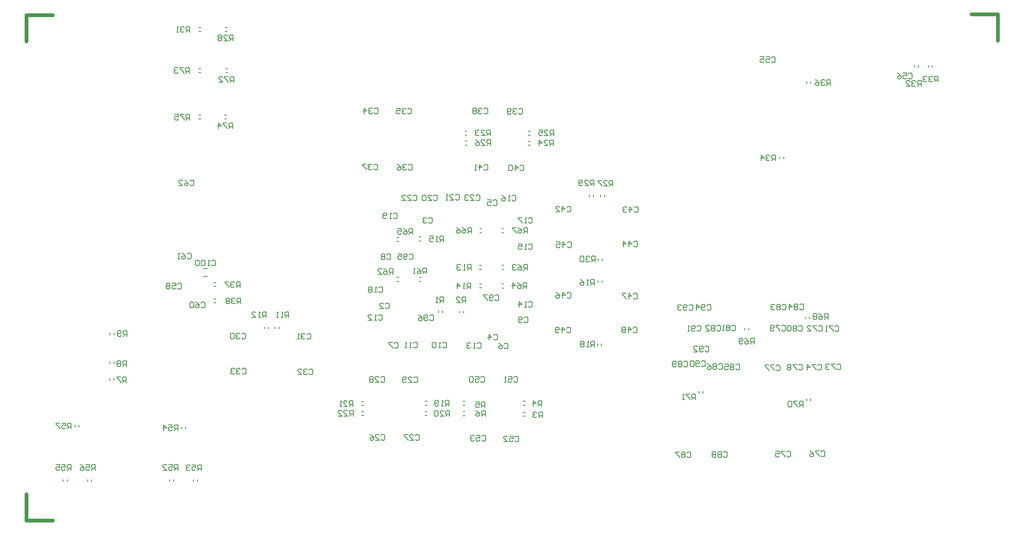
<source format=gbo>
%FSLAX25Y25*%
%MOIN*%
G70*
G01*
G75*
G04 Layer_Color=32896*
%ADD10R,0.03937X0.03543*%
%ADD11R,0.07087X0.05118*%
%ADD12R,0.05118X0.07087*%
%ADD13R,0.12598X0.05906*%
%ADD14R,0.03543X0.03937*%
%ADD15O,0.01181X0.07480*%
%ADD16O,0.07480X0.01181*%
%ADD17R,0.03543X0.03150*%
%ADD18R,0.02200X0.07800*%
%ADD19R,0.01400X0.06600*%
%ADD20O,0.02400X0.08000*%
%ADD21R,0.02200X0.05000*%
%ADD22R,0.05118X0.08661*%
%ADD23R,0.01400X0.07100*%
%ADD24O,0.07874X0.01969*%
%ADD25O,0.10000X0.01181*%
%ADD26O,0.01181X0.10000*%
%ADD27R,0.05118X0.09449*%
%ADD28R,0.09449X0.05118*%
%ADD29R,0.09800X0.03700*%
%ADD30R,0.25700X0.26400*%
%ADD31R,0.01181X0.04724*%
%ADD32O,0.01181X0.04724*%
%ADD33R,0.05906X0.09055*%
%ADD34R,0.09055X0.09055*%
%ADD35R,0.05906X0.05118*%
%ADD36R,0.03150X0.03543*%
%ADD37R,0.08661X0.05512*%
%ADD38R,0.03543X0.05512*%
%ADD39R,0.05512X0.03543*%
%ADD40R,0.05512X0.08661*%
%ADD41C,0.00800*%
%ADD42C,0.03000*%
%ADD43C,0.05000*%
%ADD44C,0.10000*%
%ADD45C,0.01000*%
%ADD46C,0.01500*%
%ADD47C,0.07000*%
%ADD48C,0.08000*%
%ADD49C,0.05906*%
%ADD50R,0.05906X0.05906*%
%ADD51C,0.07000*%
%ADD52C,0.05000*%
%ADD53R,0.05000X0.05000*%
%ADD54C,0.06000*%
%ADD55R,0.06000X0.06000*%
%ADD56R,0.09843X0.09843*%
%ADD57C,0.07874*%
%ADD58O,0.05945X0.05906*%
%ADD59R,0.08000X0.08000*%
%ADD60R,0.05000X0.05000*%
%ADD61R,0.05906X0.05906*%
%ADD62C,0.11000*%
%ADD63C,0.05500*%
%ADD64C,0.06500*%
%ADD65C,0.14000*%
%ADD66C,0.02500*%
%ADD67C,0.03000*%
%ADD68C,0.02000*%
%ADD69C,0.00600*%
%ADD70C,0.00984*%
%ADD71C,0.00787*%
%ADD72R,0.04437X0.04043*%
%ADD73R,0.07587X0.05618*%
%ADD74R,0.05618X0.07587*%
%ADD75R,0.13098X0.06406*%
%ADD76R,0.04043X0.04437*%
%ADD77O,0.01681X0.07980*%
%ADD78O,0.07980X0.01681*%
%ADD79R,0.04043X0.03650*%
%ADD80R,0.02700X0.08300*%
%ADD81R,0.01900X0.07100*%
%ADD82O,0.02900X0.08500*%
%ADD83R,0.02700X0.05500*%
%ADD84R,0.05618X0.09161*%
%ADD85R,0.01900X0.07600*%
%ADD86O,0.08374X0.02469*%
%ADD87O,0.10500X0.01681*%
%ADD88O,0.01681X0.10500*%
%ADD89R,0.05618X0.09949*%
%ADD90R,0.09949X0.05618*%
%ADD91R,0.10300X0.04200*%
%ADD92R,0.26200X0.26900*%
%ADD93R,0.01681X0.05224*%
%ADD94O,0.01681X0.05224*%
%ADD95R,0.06406X0.09555*%
%ADD96R,0.09555X0.09555*%
%ADD97R,0.06406X0.05618*%
%ADD98R,0.03650X0.04043*%
%ADD99R,0.09161X0.06012*%
%ADD100R,0.04043X0.06012*%
%ADD101R,0.06012X0.04043*%
%ADD102R,0.06012X0.09161*%
%ADD103C,0.08500*%
%ADD104C,0.06406*%
%ADD105R,0.06406X0.06406*%
%ADD106C,0.07500*%
%ADD107R,0.05500X0.05500*%
%ADD108R,0.06500X0.06500*%
%ADD109R,0.10343X0.10343*%
%ADD110C,0.08374*%
%ADD111O,0.06445X0.06406*%
%ADD112R,0.08500X0.08500*%
%ADD113R,0.05500X0.05500*%
%ADD114R,0.06406X0.06406*%
%ADD115C,0.11500*%
%ADD116C,0.14500*%
%ADD117C,0.03500*%
D41*
X245401Y304849D02*
X246151Y305598D01*
X247650D01*
X248400Y304849D01*
Y301850D01*
X247650Y301100D01*
X246151D01*
X245401Y301850D01*
X243901Y301100D02*
X242402D01*
X243152D01*
Y305598D01*
X243901Y304849D01*
X240153D02*
X239403Y305598D01*
X237903D01*
X237154Y304849D01*
Y301850D01*
X237903Y301100D01*
X239403D01*
X240153Y301850D01*
Y304849D01*
X235654D02*
X234904Y305598D01*
X233405D01*
X232655Y304849D01*
Y301850D01*
X233405Y301100D01*
X234904D01*
X235654Y301850D01*
Y304849D01*
X801701Y454249D02*
X802451Y454998D01*
X803950D01*
X804700Y454249D01*
Y451250D01*
X803950Y450500D01*
X802451D01*
X801701Y451250D01*
X797202Y454998D02*
X800202D01*
Y452749D01*
X798702Y453499D01*
X797952D01*
X797202Y452749D01*
Y451250D01*
X797952Y450500D01*
X799452D01*
X800202Y451250D01*
X792704Y454998D02*
X794203Y454249D01*
X795703Y452749D01*
Y451250D01*
X794953Y450500D01*
X793454D01*
X792704Y451250D01*
Y452000D01*
X793454Y452749D01*
X795703D01*
X435200Y180800D02*
Y185299D01*
X432951D01*
X432201Y184549D01*
Y183049D01*
X432951Y182299D01*
X435200D01*
X433701D02*
X432201Y180800D01*
X427702D02*
X430701D01*
X427702Y183799D01*
Y184549D01*
X428452Y185299D01*
X429952D01*
X430701Y184549D01*
X426203D02*
X425453Y185299D01*
X423954D01*
X423204Y184549D01*
Y181550D01*
X423954Y180800D01*
X425453D01*
X426203Y181550D01*
Y184549D01*
X434900Y188900D02*
Y193399D01*
X432651D01*
X431901Y192649D01*
Y191149D01*
X432651Y190400D01*
X434900D01*
X433400D02*
X431901Y188900D01*
X430402D02*
X428902D01*
X429652D01*
Y193399D01*
X430402Y192649D01*
X426653Y189650D02*
X425903Y188900D01*
X424403D01*
X423654Y189650D01*
Y192649D01*
X424403Y193399D01*
X425903D01*
X426653Y192649D01*
Y191899D01*
X425903Y191149D01*
X423654D01*
X463800Y180800D02*
Y185299D01*
X461551D01*
X460801Y184549D01*
Y183049D01*
X461551Y182299D01*
X463800D01*
X462300D02*
X460801Y180800D01*
X456302Y185299D02*
X457802Y184549D01*
X459302Y183049D01*
Y181550D01*
X458552Y180800D01*
X457052D01*
X456302Y181550D01*
Y182299D01*
X457052Y183049D01*
X459302D01*
X463600Y187700D02*
Y192199D01*
X461351D01*
X460601Y191449D01*
Y189949D01*
X461351Y189199D01*
X463600D01*
X462101D02*
X460601Y187700D01*
X456102Y192199D02*
X459101D01*
Y189949D01*
X457602Y190699D01*
X456852D01*
X456102Y189949D01*
Y188450D01*
X456852Y187700D01*
X458352D01*
X459101Y188450D01*
X228201Y368749D02*
X228951Y369498D01*
X230450D01*
X231200Y368749D01*
Y365750D01*
X230450Y365000D01*
X228951D01*
X228201Y365750D01*
X223702Y369498D02*
X225202Y368749D01*
X226701Y367249D01*
Y365750D01*
X225952Y365000D01*
X224452D01*
X223702Y365750D01*
Y366499D01*
X224452Y367249D01*
X226701D01*
X219204Y365000D02*
X222203D01*
X219204Y367999D01*
Y368749D01*
X219954Y369498D01*
X221453D01*
X222203Y368749D01*
X631700Y194000D02*
Y198499D01*
X629451D01*
X628701Y197749D01*
Y196249D01*
X629451Y195500D01*
X631700D01*
X630200D02*
X628701Y194000D01*
X627202Y198499D02*
X624202D01*
Y197749D01*
X627202Y194750D01*
Y194000D01*
X622703D02*
X621203D01*
X621953D01*
Y198499D01*
X622703Y197749D01*
X717500Y188300D02*
Y192799D01*
X715251D01*
X714501Y192049D01*
Y190549D01*
X715251Y189799D01*
X717500D01*
X716001D02*
X714501Y188300D01*
X713001Y192799D02*
X710002D01*
Y192049D01*
X713001Y189050D01*
Y188300D01*
X708503Y192049D02*
X707753Y192799D01*
X706254D01*
X705504Y192049D01*
Y189050D01*
X706254Y188300D01*
X707753D01*
X708503Y189050D01*
Y192049D01*
X678400Y238600D02*
Y243098D01*
X676151D01*
X675401Y242349D01*
Y240849D01*
X676151Y240100D01*
X678400D01*
X676900D02*
X675401Y238600D01*
X670902Y243098D02*
X672402Y242349D01*
X673902Y240849D01*
Y239350D01*
X673152Y238600D01*
X671652D01*
X670902Y239350D01*
Y240100D01*
X671652Y240849D01*
X673902D01*
X669403Y239350D02*
X668653Y238600D01*
X667154D01*
X666404Y239350D01*
Y242349D01*
X667154Y243098D01*
X668653D01*
X669403Y242349D01*
Y241599D01*
X668653Y240849D01*
X666404D01*
X737500Y258300D02*
Y262799D01*
X735251D01*
X734501Y262049D01*
Y260549D01*
X735251Y259800D01*
X737500D01*
X736000D02*
X734501Y258300D01*
X730002Y262799D02*
X731502Y262049D01*
X733002Y260549D01*
Y259050D01*
X732252Y258300D01*
X730752D01*
X730002Y259050D01*
Y259800D01*
X730752Y260549D01*
X733002D01*
X728503Y262049D02*
X727753Y262799D01*
X726254D01*
X725504Y262049D01*
Y261299D01*
X726254Y260549D01*
X725504Y259800D01*
Y259050D01*
X726254Y258300D01*
X727753D01*
X728503Y259050D01*
Y259800D01*
X727753Y260549D01*
X728503Y261299D01*
Y262049D01*
X727753Y260549D02*
X726254D01*
X497500Y327100D02*
Y331598D01*
X495251D01*
X494501Y330849D01*
Y329349D01*
X495251Y328600D01*
X497500D01*
X496000D02*
X494501Y327100D01*
X490002Y331598D02*
X491502Y330849D01*
X493002Y329349D01*
Y327850D01*
X492252Y327100D01*
X490752D01*
X490002Y327850D01*
Y328600D01*
X490752Y329349D01*
X493002D01*
X488503Y331598D02*
X485504D01*
Y330849D01*
X488503Y327850D01*
Y327100D01*
X452800D02*
Y331598D01*
X450551D01*
X449801Y330849D01*
Y329349D01*
X450551Y328600D01*
X452800D01*
X451300D02*
X449801Y327100D01*
X445302Y331598D02*
X446802Y330849D01*
X448302Y329349D01*
Y327850D01*
X447552Y327100D01*
X446052D01*
X445302Y327850D01*
Y328600D01*
X446052Y329349D01*
X448302D01*
X440804Y331598D02*
X442303Y330849D01*
X443803Y329349D01*
Y327850D01*
X443053Y327100D01*
X441554D01*
X440804Y327850D01*
Y328600D01*
X441554Y329349D01*
X443803D01*
X405900Y326300D02*
Y330799D01*
X403651D01*
X402901Y330049D01*
Y328549D01*
X403651Y327800D01*
X405900D01*
X404400D02*
X402901Y326300D01*
X398402Y330799D02*
X399902Y330049D01*
X401402Y328549D01*
Y327050D01*
X400652Y326300D01*
X399152D01*
X398402Y327050D01*
Y327800D01*
X399152Y328549D01*
X401402D01*
X393904Y330799D02*
X396903D01*
Y328549D01*
X395403Y329299D01*
X394654D01*
X393904Y328549D01*
Y327050D01*
X394654Y326300D01*
X396153D01*
X396903Y327050D01*
X497000Y282900D02*
Y287399D01*
X494751D01*
X494001Y286649D01*
Y285149D01*
X494751Y284400D01*
X497000D01*
X495501D02*
X494001Y282900D01*
X489502Y287399D02*
X491002Y286649D01*
X492501Y285149D01*
Y283650D01*
X491752Y282900D01*
X490252D01*
X489502Y283650D01*
Y284400D01*
X490252Y285149D01*
X492501D01*
X485754Y282900D02*
Y287399D01*
X488003Y285149D01*
X485004D01*
X497400Y297500D02*
Y301998D01*
X495151D01*
X494401Y301249D01*
Y299749D01*
X495151Y299000D01*
X497400D01*
X495900D02*
X494401Y297500D01*
X489902Y301998D02*
X491402Y301249D01*
X492902Y299749D01*
Y298250D01*
X492152Y297500D01*
X490652D01*
X489902Y298250D01*
Y299000D01*
X490652Y299749D01*
X492902D01*
X488403Y301249D02*
X487653Y301998D01*
X486154D01*
X485404Y301249D01*
Y300499D01*
X486154Y299749D01*
X486903D01*
X486154D01*
X485404Y299000D01*
Y298250D01*
X486154Y297500D01*
X487653D01*
X488403Y298250D01*
X390100Y294300D02*
Y298798D01*
X387851D01*
X387101Y298049D01*
Y296549D01*
X387851Y295799D01*
X390100D01*
X388600D02*
X387101Y294300D01*
X382602Y298798D02*
X384102Y298049D01*
X385601Y296549D01*
Y295050D01*
X384852Y294300D01*
X383352D01*
X382602Y295050D01*
Y295799D01*
X383352Y296549D01*
X385601D01*
X378104Y294300D02*
X381103D01*
X378104Y297299D01*
Y298049D01*
X378854Y298798D01*
X380353D01*
X381103Y298049D01*
X416900Y294700D02*
Y299199D01*
X414651D01*
X413901Y298449D01*
Y296949D01*
X414651Y296199D01*
X416900D01*
X415401D02*
X413901Y294700D01*
X409402Y299199D02*
X410902Y298449D01*
X412401Y296949D01*
Y295450D01*
X411652Y294700D01*
X410152D01*
X409402Y295450D01*
Y296199D01*
X410152Y296949D01*
X412401D01*
X407903Y294700D02*
X406403D01*
X407153D01*
Y299199D01*
X407903Y298449D01*
X640801Y269249D02*
X641551Y269999D01*
X643050D01*
X643800Y269249D01*
Y266250D01*
X643050Y265500D01*
X641551D01*
X640801Y266250D01*
X639301D02*
X638552Y265500D01*
X637052D01*
X636302Y266250D01*
Y269249D01*
X637052Y269999D01*
X638552D01*
X639301Y269249D01*
Y268499D01*
X638552Y267749D01*
X636302D01*
X632554Y265500D02*
Y269999D01*
X634803Y267749D01*
X631804D01*
X626501Y269149D02*
X627251Y269899D01*
X628750D01*
X629500Y269149D01*
Y266150D01*
X628750Y265400D01*
X627251D01*
X626501Y266150D01*
X625001D02*
X624252Y265400D01*
X622752D01*
X622002Y266150D01*
Y269149D01*
X622752Y269899D01*
X624252D01*
X625001Y269149D01*
Y268399D01*
X624252Y267649D01*
X622002D01*
X620503Y269149D02*
X619753Y269899D01*
X618254D01*
X617504Y269149D01*
Y268399D01*
X618254Y267649D01*
X619003D01*
X618254D01*
X617504Y266899D01*
Y266150D01*
X618254Y265400D01*
X619753D01*
X620503Y266150D01*
X639301Y236049D02*
X640051Y236799D01*
X641550D01*
X642300Y236049D01*
Y233050D01*
X641550Y232300D01*
X640051D01*
X639301Y233050D01*
X637802D02*
X637052Y232300D01*
X635552D01*
X634802Y233050D01*
Y236049D01*
X635552Y236799D01*
X637052D01*
X637802Y236049D01*
Y235299D01*
X637052Y234549D01*
X634802D01*
X630304Y232300D02*
X633303D01*
X630304Y235299D01*
Y236049D01*
X631054Y236799D01*
X632553D01*
X633303Y236049D01*
X633001Y252449D02*
X633751Y253199D01*
X635250D01*
X636000Y252449D01*
Y249450D01*
X635250Y248700D01*
X633751D01*
X633001Y249450D01*
X631501D02*
X630752Y248700D01*
X629252D01*
X628502Y249450D01*
Y252449D01*
X629252Y253199D01*
X630752D01*
X631501Y252449D01*
Y251699D01*
X630752Y250949D01*
X628502D01*
X627003Y248700D02*
X625503D01*
X626253D01*
Y253199D01*
X627003Y252449D01*
X636401Y224249D02*
X637151Y224998D01*
X638650D01*
X639400Y224249D01*
Y221250D01*
X638650Y220500D01*
X637151D01*
X636401Y221250D01*
X634902D02*
X634152Y220500D01*
X632652D01*
X631902Y221250D01*
Y224249D01*
X632652Y224998D01*
X634152D01*
X634902Y224249D01*
Y223499D01*
X634152Y222749D01*
X631902D01*
X630403Y224249D02*
X629653Y224998D01*
X628154D01*
X627404Y224249D01*
Y221250D01*
X628154Y220500D01*
X629653D01*
X630403Y221250D01*
Y224249D01*
X622301Y224049D02*
X623051Y224798D01*
X624550D01*
X625300Y224049D01*
Y221050D01*
X624550Y220300D01*
X623051D01*
X622301Y221050D01*
X620801Y224049D02*
X620052Y224798D01*
X618552D01*
X617802Y224049D01*
Y223299D01*
X618552Y222549D01*
X617802Y221799D01*
Y221050D01*
X618552Y220300D01*
X620052D01*
X620801Y221050D01*
Y221799D01*
X620052Y222549D01*
X620801Y223299D01*
Y224049D01*
X620052Y222549D02*
X618552D01*
X616303Y221050D02*
X615553Y220300D01*
X614054D01*
X613304Y221050D01*
Y224049D01*
X614054Y224798D01*
X615553D01*
X616303Y224049D01*
Y223299D01*
X615553Y222549D01*
X613304D01*
X654001Y151649D02*
X654751Y152399D01*
X656250D01*
X657000Y151649D01*
Y148650D01*
X656250Y147900D01*
X654751D01*
X654001Y148650D01*
X652501Y151649D02*
X651752Y152399D01*
X650252D01*
X649502Y151649D01*
Y150899D01*
X650252Y150149D01*
X649502Y149399D01*
Y148650D01*
X650252Y147900D01*
X651752D01*
X652501Y148650D01*
Y149399D01*
X651752Y150149D01*
X652501Y150899D01*
Y151649D01*
X651752Y150149D02*
X650252D01*
X648003Y151649D02*
X647253Y152399D01*
X645754D01*
X645004Y151649D01*
Y150899D01*
X645754Y150149D01*
X645004Y149399D01*
Y148650D01*
X645754Y147900D01*
X647253D01*
X648003Y148650D01*
Y149399D01*
X647253Y150149D01*
X648003Y150899D01*
Y151649D01*
X647253Y150149D02*
X645754D01*
X624901Y151549D02*
X625651Y152299D01*
X627150D01*
X627900Y151549D01*
Y148550D01*
X627150Y147800D01*
X625651D01*
X624901Y148550D01*
X623401Y151549D02*
X622652Y152299D01*
X621152D01*
X620402Y151549D01*
Y150799D01*
X621152Y150049D01*
X620402Y149300D01*
Y148550D01*
X621152Y147800D01*
X622652D01*
X623401Y148550D01*
Y149300D01*
X622652Y150049D01*
X623401Y150799D01*
Y151549D01*
X622652Y150049D02*
X621152D01*
X618903Y152299D02*
X615904D01*
Y151549D01*
X618903Y148550D01*
Y147800D01*
X650101Y221949D02*
X650851Y222698D01*
X652350D01*
X653100Y221949D01*
Y218950D01*
X652350Y218200D01*
X650851D01*
X650101Y218950D01*
X648601Y221949D02*
X647852Y222698D01*
X646352D01*
X645602Y221949D01*
Y221199D01*
X646352Y220449D01*
X645602Y219700D01*
Y218950D01*
X646352Y218200D01*
X647852D01*
X648601Y218950D01*
Y219700D01*
X647852Y220449D01*
X648601Y221199D01*
Y221949D01*
X647852Y220449D02*
X646352D01*
X641104Y222698D02*
X642603Y221949D01*
X644103Y220449D01*
Y218950D01*
X643353Y218200D01*
X641854D01*
X641104Y218950D01*
Y219700D01*
X641854Y220449D01*
X644103D01*
X663801Y221649D02*
X664551Y222398D01*
X666050D01*
X666800Y221649D01*
Y218650D01*
X666050Y217900D01*
X664551D01*
X663801Y218650D01*
X662301Y221649D02*
X661552Y222398D01*
X660052D01*
X659302Y221649D01*
Y220899D01*
X660052Y220149D01*
X659302Y219399D01*
Y218650D01*
X660052Y217900D01*
X661552D01*
X662301Y218650D01*
Y219399D01*
X661552Y220149D01*
X662301Y220899D01*
Y221649D01*
X661552Y220149D02*
X660052D01*
X654804Y222398D02*
X657803D01*
Y220149D01*
X656303Y220899D01*
X655554D01*
X654804Y220149D01*
Y218650D01*
X655554Y217900D01*
X657053D01*
X657803Y218650D01*
X714801Y269649D02*
X715551Y270398D01*
X717050D01*
X717800Y269649D01*
Y266650D01*
X717050Y265900D01*
X715551D01*
X714801Y266650D01*
X713302Y269649D02*
X712552Y270398D01*
X711052D01*
X710302Y269649D01*
Y268899D01*
X711052Y268149D01*
X710302Y267400D01*
Y266650D01*
X711052Y265900D01*
X712552D01*
X713302Y266650D01*
Y267400D01*
X712552Y268149D01*
X713302Y268899D01*
Y269649D01*
X712552Y268149D02*
X711052D01*
X706554Y265900D02*
Y270398D01*
X708803Y268149D01*
X705804D01*
X700901Y269549D02*
X701651Y270299D01*
X703150D01*
X703900Y269549D01*
Y266550D01*
X703150Y265800D01*
X701651D01*
X700901Y266550D01*
X699402Y269549D02*
X698652Y270299D01*
X697152D01*
X696402Y269549D01*
Y268799D01*
X697152Y268049D01*
X696402Y267300D01*
Y266550D01*
X697152Y265800D01*
X698652D01*
X699402Y266550D01*
Y267300D01*
X698652Y268049D01*
X699402Y268799D01*
Y269549D01*
X698652Y268049D02*
X697152D01*
X694903Y269549D02*
X694153Y270299D01*
X692654D01*
X691904Y269549D01*
Y268799D01*
X692654Y268049D01*
X693403D01*
X692654D01*
X691904Y267300D01*
Y266550D01*
X692654Y265800D01*
X694153D01*
X694903Y266550D01*
X648701Y252649D02*
X649451Y253398D01*
X650950D01*
X651700Y252649D01*
Y249650D01*
X650950Y248900D01*
X649451D01*
X648701Y249650D01*
X647201Y252649D02*
X646452Y253398D01*
X644952D01*
X644202Y252649D01*
Y251899D01*
X644952Y251149D01*
X644202Y250399D01*
Y249650D01*
X644952Y248900D01*
X646452D01*
X647201Y249650D01*
Y250399D01*
X646452Y251149D01*
X647201Y251899D01*
Y252649D01*
X646452Y251149D02*
X644952D01*
X639704Y248900D02*
X642703D01*
X639704Y251899D01*
Y252649D01*
X640454Y253398D01*
X641953D01*
X642703Y252649D01*
X660601Y252849D02*
X661351Y253598D01*
X662850D01*
X663600Y252849D01*
Y249850D01*
X662850Y249100D01*
X661351D01*
X660601Y249850D01*
X659101Y252849D02*
X658352Y253598D01*
X656852D01*
X656102Y252849D01*
Y252099D01*
X656852Y251349D01*
X656102Y250600D01*
Y249850D01*
X656852Y249100D01*
X658352D01*
X659101Y249850D01*
Y250600D01*
X658352Y251349D01*
X659101Y252099D01*
Y252849D01*
X658352Y251349D02*
X656852D01*
X654603Y249100D02*
X653103D01*
X653853D01*
Y253598D01*
X654603Y252849D01*
X714001Y252549D02*
X714751Y253298D01*
X716250D01*
X717000Y252549D01*
Y249550D01*
X716250Y248800D01*
X714751D01*
X714001Y249550D01*
X712501Y252549D02*
X711752Y253298D01*
X710252D01*
X709502Y252549D01*
Y251799D01*
X710252Y251049D01*
X709502Y250300D01*
Y249550D01*
X710252Y248800D01*
X711752D01*
X712501Y249550D01*
Y250300D01*
X711752Y251049D01*
X712501Y251799D01*
Y252549D01*
X711752Y251049D02*
X710252D01*
X708003Y252549D02*
X707253Y253298D01*
X705754D01*
X705004Y252549D01*
Y249550D01*
X705754Y248800D01*
X707253D01*
X708003Y249550D01*
Y252549D01*
X700401Y252649D02*
X701151Y253398D01*
X702650D01*
X703400Y252649D01*
Y249650D01*
X702650Y248900D01*
X701151D01*
X700401Y249650D01*
X698902Y253398D02*
X695902D01*
Y252649D01*
X698902Y249650D01*
Y248900D01*
X694403Y249650D02*
X693653Y248900D01*
X692154D01*
X691404Y249650D01*
Y252649D01*
X692154Y253398D01*
X693653D01*
X694403Y252649D01*
Y251899D01*
X693653Y251149D01*
X691404D01*
X714001Y221449D02*
X714751Y222199D01*
X716250D01*
X717000Y221449D01*
Y218450D01*
X716250Y217700D01*
X714751D01*
X714001Y218450D01*
X712501Y222199D02*
X709502D01*
Y221449D01*
X712501Y218450D01*
Y217700D01*
X708003Y221449D02*
X707253Y222199D01*
X705754D01*
X705004Y221449D01*
Y220699D01*
X705754Y219949D01*
X705004Y219199D01*
Y218450D01*
X705754Y217700D01*
X707253D01*
X708003Y218450D01*
Y219199D01*
X707253Y219949D01*
X708003Y220699D01*
Y221449D01*
X707253Y219949D02*
X705754D01*
X696101Y220949D02*
X696851Y221698D01*
X698350D01*
X699100Y220949D01*
Y217950D01*
X698350Y217200D01*
X696851D01*
X696101Y217950D01*
X694601Y221698D02*
X691602D01*
Y220949D01*
X694601Y217950D01*
Y217200D01*
X690103Y221698D02*
X687104D01*
Y220949D01*
X690103Y217950D01*
Y217200D01*
X731901Y152249D02*
X732651Y152999D01*
X734150D01*
X734900Y152249D01*
Y149250D01*
X734150Y148500D01*
X732651D01*
X731901Y149250D01*
X730402Y152999D02*
X727402D01*
Y152249D01*
X730402Y149250D01*
Y148500D01*
X722904Y152999D02*
X724403Y152249D01*
X725903Y150749D01*
Y149250D01*
X725153Y148500D01*
X723654D01*
X722904Y149250D01*
Y149999D01*
X723654Y150749D01*
X725903D01*
X704401Y152049D02*
X705151Y152799D01*
X706650D01*
X707400Y152049D01*
Y149050D01*
X706650Y148300D01*
X705151D01*
X704401Y149050D01*
X702902Y152799D02*
X699902D01*
Y152049D01*
X702902Y149050D01*
Y148300D01*
X695404Y152799D02*
X698403D01*
Y150549D01*
X696903Y151299D01*
X696154D01*
X695404Y150549D01*
Y149050D01*
X696154Y148300D01*
X697653D01*
X698403Y149050D01*
X729201Y221449D02*
X729951Y222199D01*
X731450D01*
X732200Y221449D01*
Y218450D01*
X731450Y217700D01*
X729951D01*
X729201Y218450D01*
X727702Y222199D02*
X724702D01*
Y221449D01*
X727702Y218450D01*
Y217700D01*
X720954D02*
Y222199D01*
X723203Y219949D01*
X720204D01*
X744601Y221749D02*
X745351Y222498D01*
X746850D01*
X747600Y221749D01*
Y218750D01*
X746850Y218000D01*
X745351D01*
X744601Y218750D01*
X743102Y222498D02*
X740102D01*
Y221749D01*
X743102Y218750D01*
Y218000D01*
X738603Y221749D02*
X737853Y222498D01*
X736354D01*
X735604Y221749D01*
Y220999D01*
X736354Y220249D01*
X737103D01*
X736354D01*
X735604Y219499D01*
Y218750D01*
X736354Y218000D01*
X737853D01*
X738603Y218750D01*
X730001Y252549D02*
X730751Y253298D01*
X732250D01*
X733000Y252549D01*
Y249550D01*
X732250Y248800D01*
X730751D01*
X730001Y249550D01*
X728502Y253298D02*
X725502D01*
Y252549D01*
X728502Y249550D01*
Y248800D01*
X721004D02*
X724003D01*
X721004Y251799D01*
Y252549D01*
X721754Y253298D01*
X723253D01*
X724003Y252549D01*
X743001Y252349D02*
X743751Y253099D01*
X745250D01*
X746000Y252349D01*
Y249350D01*
X745250Y248600D01*
X743751D01*
X743001Y249350D01*
X741502Y253099D02*
X738502D01*
Y252349D01*
X741502Y249350D01*
Y248600D01*
X737003D02*
X735503D01*
X736253D01*
Y253099D01*
X737003Y252349D01*
X479001Y238549D02*
X479751Y239299D01*
X481250D01*
X482000Y238549D01*
Y235550D01*
X481250Y234800D01*
X479751D01*
X479001Y235550D01*
X474502Y239299D02*
X476002Y238549D01*
X477501Y237049D01*
Y235550D01*
X476752Y234800D01*
X475252D01*
X474502Y235550D01*
Y236299D01*
X475252Y237049D01*
X477501D01*
X391301Y238949D02*
X392051Y239699D01*
X393550D01*
X394300Y238949D01*
Y235950D01*
X393550Y235200D01*
X392051D01*
X391301Y235950D01*
X389802Y239699D02*
X386802D01*
Y238949D01*
X389802Y235950D01*
Y235200D01*
X385301Y309849D02*
X386051Y310598D01*
X387550D01*
X388300Y309849D01*
Y306850D01*
X387550Y306100D01*
X386051D01*
X385301Y306850D01*
X383802Y309849D02*
X383052Y310598D01*
X381552D01*
X380802Y309849D01*
Y309099D01*
X381552Y308349D01*
X380802Y307599D01*
Y306850D01*
X381552Y306100D01*
X383052D01*
X383802Y306850D01*
Y307599D01*
X383052Y308349D01*
X383802Y309099D01*
Y309849D01*
X383052Y308349D02*
X381552D01*
X494901Y259349D02*
X495651Y260099D01*
X497150D01*
X497900Y259349D01*
Y256350D01*
X497150Y255600D01*
X495651D01*
X494901Y256350D01*
X493401D02*
X492652Y255600D01*
X491152D01*
X490402Y256350D01*
Y259349D01*
X491152Y260099D01*
X492652D01*
X493401Y259349D01*
Y258599D01*
X492652Y257849D01*
X490402D01*
X429801Y239149D02*
X430551Y239898D01*
X432050D01*
X432800Y239149D01*
Y236150D01*
X432050Y235400D01*
X430551D01*
X429801Y236150D01*
X428301Y235400D02*
X426802D01*
X427552D01*
Y239898D01*
X428301Y239149D01*
X424553D02*
X423803Y239898D01*
X422303D01*
X421554Y239149D01*
Y236150D01*
X422303Y235400D01*
X423803D01*
X424553Y236150D01*
Y239149D01*
X406501D02*
X407251Y239898D01*
X408750D01*
X409500Y239149D01*
Y236150D01*
X408750Y235400D01*
X407251D01*
X406501Y236150D01*
X405001Y235400D02*
X403502D01*
X404252D01*
Y239898D01*
X405001Y239149D01*
X401253Y235400D02*
X399753D01*
X400503D01*
Y239898D01*
X401253Y239149D01*
X378601Y261149D02*
X379351Y261898D01*
X380850D01*
X381600Y261149D01*
Y258150D01*
X380850Y257400D01*
X379351D01*
X378601Y258150D01*
X377101Y257400D02*
X375602D01*
X376352D01*
Y261898D01*
X377101Y261149D01*
X370354Y257400D02*
X373353D01*
X370354Y260399D01*
Y261149D01*
X371103Y261898D01*
X372603D01*
X373353Y261149D01*
X457501Y238749D02*
X458251Y239498D01*
X459750D01*
X460500Y238749D01*
Y235750D01*
X459750Y235000D01*
X458251D01*
X457501Y235750D01*
X456002Y235000D02*
X454502D01*
X455252D01*
Y239498D01*
X456002Y238749D01*
X452253D02*
X451503Y239498D01*
X450003D01*
X449254Y238749D01*
Y237999D01*
X450003Y237249D01*
X450753D01*
X450003D01*
X449254Y236500D01*
Y235750D01*
X450003Y235000D01*
X451503D01*
X452253Y235750D01*
X498301Y271649D02*
X499051Y272398D01*
X500550D01*
X501300Y271649D01*
Y268650D01*
X500550Y267900D01*
X499051D01*
X498301Y268650D01*
X496802Y267900D02*
X495302D01*
X496052D01*
Y272398D01*
X496802Y271649D01*
X490803Y267900D02*
Y272398D01*
X493053Y270149D01*
X490054D01*
X498301Y317749D02*
X499051Y318498D01*
X500550D01*
X501300Y317749D01*
Y314750D01*
X500550Y314000D01*
X499051D01*
X498301Y314750D01*
X496802Y314000D02*
X495302D01*
X496052D01*
Y318498D01*
X496802Y317749D01*
X490054Y318498D02*
X493053D01*
Y316249D01*
X491553Y316999D01*
X490803D01*
X490054Y316249D01*
Y314750D01*
X490803Y314000D01*
X492303D01*
X493053Y314750D01*
X485101Y356649D02*
X485851Y357399D01*
X487350D01*
X488100Y356649D01*
Y353650D01*
X487350Y352900D01*
X485851D01*
X485101Y353650D01*
X483602Y352900D02*
X482102D01*
X482852D01*
Y357399D01*
X483602Y356649D01*
X476854Y357399D02*
X478353Y356649D01*
X479853Y355149D01*
Y353650D01*
X479103Y352900D01*
X477603D01*
X476854Y353650D01*
Y354399D01*
X477603Y355149D01*
X479853D01*
X498301Y338749D02*
X499051Y339498D01*
X500550D01*
X501300Y338749D01*
Y335750D01*
X500550Y335000D01*
X499051D01*
X498301Y335750D01*
X496802Y335000D02*
X495302D01*
X496052D01*
Y339498D01*
X496802Y338749D01*
X493053Y339498D02*
X490054D01*
Y338749D01*
X493053Y335750D01*
Y335000D01*
X378801Y283449D02*
X379551Y284198D01*
X381050D01*
X381800Y283449D01*
Y280450D01*
X381050Y279700D01*
X379551D01*
X378801Y280450D01*
X377302Y279700D02*
X375802D01*
X376552D01*
Y284198D01*
X377302Y283449D01*
X373553D02*
X372803Y284198D01*
X371303D01*
X370554Y283449D01*
Y282699D01*
X371303Y281949D01*
X370554Y281200D01*
Y280450D01*
X371303Y279700D01*
X372803D01*
X373553Y280450D01*
Y281200D01*
X372803Y281949D01*
X373553Y282699D01*
Y283449D01*
X372803Y281949D02*
X371303D01*
X390601Y342549D02*
X391351Y343299D01*
X392850D01*
X393600Y342549D01*
Y339550D01*
X392850Y338800D01*
X391351D01*
X390601Y339550D01*
X389102Y338800D02*
X387602D01*
X388352D01*
Y343299D01*
X389102Y342549D01*
X385353Y339550D02*
X384603Y338800D01*
X383103D01*
X382354Y339550D01*
Y342549D01*
X383103Y343299D01*
X384603D01*
X385353Y342549D01*
Y341799D01*
X384603Y341049D01*
X382354D01*
X422601Y356849D02*
X423351Y357598D01*
X424850D01*
X425600Y356849D01*
Y353850D01*
X424850Y353100D01*
X423351D01*
X422601Y353850D01*
X418102Y353100D02*
X421102D01*
X418102Y356099D01*
Y356849D01*
X418852Y357598D01*
X420352D01*
X421102Y356849D01*
X416603D02*
X415853Y357598D01*
X414354D01*
X413604Y356849D01*
Y353850D01*
X414354Y353100D01*
X415853D01*
X416603Y353850D01*
Y356849D01*
X440101Y357349D02*
X440851Y358099D01*
X442350D01*
X443100Y357349D01*
Y354350D01*
X442350Y353600D01*
X440851D01*
X440101Y354350D01*
X435602Y353600D02*
X438601D01*
X435602Y356599D01*
Y357349D01*
X436352Y358099D01*
X437852D01*
X438601Y357349D01*
X434103Y353600D02*
X432603D01*
X433353D01*
Y358099D01*
X434103Y357349D01*
X406301Y356849D02*
X407051Y357598D01*
X408550D01*
X409300Y356849D01*
Y353850D01*
X408550Y353100D01*
X407051D01*
X406301Y353850D01*
X401802Y353100D02*
X404802D01*
X401802Y356099D01*
Y356849D01*
X402552Y357598D01*
X404052D01*
X404802Y356849D01*
X397304Y353100D02*
X400303D01*
X397304Y356099D01*
Y356849D01*
X398054Y357598D01*
X399553D01*
X400303Y356849D01*
X456401Y356949D02*
X457151Y357698D01*
X458650D01*
X459400Y356949D01*
Y353950D01*
X458650Y353200D01*
X457151D01*
X456401Y353950D01*
X451902Y353200D02*
X454902D01*
X451902Y356199D01*
Y356949D01*
X452652Y357698D01*
X454152D01*
X454902Y356949D01*
X450403D02*
X449653Y357698D01*
X448154D01*
X447404Y356949D01*
Y356199D01*
X448154Y355449D01*
X448903D01*
X448154D01*
X447404Y354699D01*
Y353950D01*
X448154Y353200D01*
X449653D01*
X450403Y353950D01*
X375301Y426349D02*
X376051Y427099D01*
X377550D01*
X378300Y426349D01*
Y423350D01*
X377550Y422600D01*
X376051D01*
X375301Y423350D01*
X373801Y426349D02*
X373052Y427099D01*
X371552D01*
X370802Y426349D01*
Y425599D01*
X371552Y424849D01*
X372302D01*
X371552D01*
X370802Y424099D01*
Y423350D01*
X371552Y422600D01*
X373052D01*
X373801Y423350D01*
X367054Y422600D02*
Y427099D01*
X369303Y424849D01*
X366304D01*
X402001Y426149D02*
X402751Y426898D01*
X404250D01*
X405000Y426149D01*
Y423150D01*
X404250Y422400D01*
X402751D01*
X402001Y423150D01*
X400501Y426149D02*
X399752Y426898D01*
X398252D01*
X397502Y426149D01*
Y425399D01*
X398252Y424649D01*
X399002D01*
X398252D01*
X397502Y423900D01*
Y423150D01*
X398252Y422400D01*
X399752D01*
X400501Y423150D01*
X393004Y426898D02*
X396003D01*
Y424649D01*
X394503Y425399D01*
X393754D01*
X393004Y424649D01*
Y423150D01*
X393754Y422400D01*
X395253D01*
X396003Y423150D01*
X402501Y381349D02*
X403251Y382099D01*
X404750D01*
X405500Y381349D01*
Y378350D01*
X404750Y377600D01*
X403251D01*
X402501Y378350D01*
X401002Y381349D02*
X400252Y382099D01*
X398752D01*
X398002Y381349D01*
Y380599D01*
X398752Y379849D01*
X399502D01*
X398752D01*
X398002Y379099D01*
Y378350D01*
X398752Y377600D01*
X400252D01*
X401002Y378350D01*
X393504Y382099D02*
X395003Y381349D01*
X396503Y379849D01*
Y378350D01*
X395753Y377600D01*
X394254D01*
X393504Y378350D01*
Y379099D01*
X394254Y379849D01*
X396503D01*
X374801Y381549D02*
X375551Y382298D01*
X377050D01*
X377800Y381549D01*
Y378550D01*
X377050Y377800D01*
X375551D01*
X374801Y378550D01*
X373302Y381549D02*
X372552Y382298D01*
X371052D01*
X370302Y381549D01*
Y380799D01*
X371052Y380049D01*
X371802D01*
X371052D01*
X370302Y379299D01*
Y378550D01*
X371052Y377800D01*
X372552D01*
X373302Y378550D01*
X368803Y382298D02*
X365804D01*
Y381549D01*
X368803Y378550D01*
Y377800D01*
X462801Y426249D02*
X463551Y426999D01*
X465050D01*
X465800Y426249D01*
Y423250D01*
X465050Y422500D01*
X463551D01*
X462801Y423250D01*
X461302Y426249D02*
X460552Y426999D01*
X459052D01*
X458302Y426249D01*
Y425499D01*
X459052Y424749D01*
X459802D01*
X459052D01*
X458302Y424000D01*
Y423250D01*
X459052Y422500D01*
X460552D01*
X461302Y423250D01*
X456803Y426249D02*
X456053Y426999D01*
X454554D01*
X453804Y426249D01*
Y425499D01*
X454554Y424749D01*
X453804Y424000D01*
Y423250D01*
X454554Y422500D01*
X456053D01*
X456803Y423250D01*
Y424000D01*
X456053Y424749D01*
X456803Y425499D01*
Y426249D01*
X456053Y424749D02*
X454554D01*
X490501Y426049D02*
X491251Y426798D01*
X492750D01*
X493500Y426049D01*
Y423050D01*
X492750Y422300D01*
X491251D01*
X490501Y423050D01*
X489002Y426049D02*
X488252Y426798D01*
X486752D01*
X486002Y426049D01*
Y425299D01*
X486752Y424549D01*
X487502D01*
X486752D01*
X486002Y423800D01*
Y423050D01*
X486752Y422300D01*
X488252D01*
X489002Y423050D01*
X484503D02*
X483753Y422300D01*
X482254D01*
X481504Y423050D01*
Y426049D01*
X482254Y426798D01*
X483753D01*
X484503Y426049D01*
Y425299D01*
X483753Y424549D01*
X481504D01*
X491601Y380749D02*
X492351Y381499D01*
X493850D01*
X494600Y380749D01*
Y377750D01*
X493850Y377000D01*
X492351D01*
X491601Y377750D01*
X487852Y377000D02*
Y381499D01*
X490101Y379249D01*
X487102D01*
X485603Y380749D02*
X484853Y381499D01*
X483354D01*
X482604Y380749D01*
Y377750D01*
X483354Y377000D01*
X484853D01*
X485603Y377750D01*
Y380749D01*
X462801Y381149D02*
X463551Y381898D01*
X465050D01*
X465800Y381149D01*
Y378150D01*
X465050Y377400D01*
X463551D01*
X462801Y378150D01*
X459052Y377400D02*
Y381898D01*
X461302Y379649D01*
X458302D01*
X456803Y377400D02*
X455303D01*
X456053D01*
Y381898D01*
X456803Y381149D01*
X529101Y347849D02*
X529851Y348599D01*
X531350D01*
X532100Y347849D01*
Y344850D01*
X531350Y344100D01*
X529851D01*
X529101Y344850D01*
X525352Y344100D02*
Y348599D01*
X527601Y346349D01*
X524602D01*
X520104Y344100D02*
X523103D01*
X520104Y347099D01*
Y347849D01*
X520854Y348599D01*
X522353D01*
X523103Y347849D01*
X582801Y347449D02*
X583551Y348199D01*
X585050D01*
X585800Y347449D01*
Y344450D01*
X585050Y343700D01*
X583551D01*
X582801Y344450D01*
X579052Y343700D02*
Y348199D01*
X581301Y345949D01*
X578302D01*
X576803Y347449D02*
X576053Y348199D01*
X574554D01*
X573804Y347449D01*
Y346699D01*
X574554Y345949D01*
X575303D01*
X574554D01*
X573804Y345199D01*
Y344450D01*
X574554Y343700D01*
X576053D01*
X576803Y344450D01*
X582301Y319949D02*
X583051Y320698D01*
X584550D01*
X585300Y319949D01*
Y316950D01*
X584550Y316200D01*
X583051D01*
X582301Y316950D01*
X578552Y316200D02*
Y320698D01*
X580801Y318449D01*
X577802D01*
X574054Y316200D02*
Y320698D01*
X576303Y318449D01*
X573304D01*
X529501Y319349D02*
X530251Y320098D01*
X531750D01*
X532500Y319349D01*
Y316350D01*
X531750Y315600D01*
X530251D01*
X529501Y316350D01*
X525752Y315600D02*
Y320098D01*
X528001Y317849D01*
X525002D01*
X520504Y320098D02*
X523503D01*
Y317849D01*
X522003Y318599D01*
X521254D01*
X520504Y317849D01*
Y316350D01*
X521254Y315600D01*
X522753D01*
X523503Y316350D01*
X529201Y278949D02*
X529951Y279698D01*
X531450D01*
X532200Y278949D01*
Y275950D01*
X531450Y275200D01*
X529951D01*
X529201Y275950D01*
X525452Y275200D02*
Y279698D01*
X527702Y277449D01*
X524702D01*
X520204Y279698D02*
X521703Y278949D01*
X523203Y277449D01*
Y275950D01*
X522453Y275200D01*
X520954D01*
X520204Y275950D01*
Y276699D01*
X520954Y277449D01*
X523203D01*
X582201Y278249D02*
X582951Y278998D01*
X584450D01*
X585200Y278249D01*
Y275250D01*
X584450Y274500D01*
X582951D01*
X582201Y275250D01*
X578452Y274500D02*
Y278998D01*
X580701Y276749D01*
X577702D01*
X576203Y278998D02*
X573204D01*
Y278249D01*
X576203Y275250D01*
Y274500D01*
X582001Y251249D02*
X582751Y251998D01*
X584250D01*
X585000Y251249D01*
Y248250D01*
X584250Y247500D01*
X582751D01*
X582001Y248250D01*
X578252Y247500D02*
Y251998D01*
X580502Y249749D01*
X577502D01*
X576003Y251249D02*
X575253Y251998D01*
X573754D01*
X573004Y251249D01*
Y250499D01*
X573754Y249749D01*
X573004Y249000D01*
Y248250D01*
X573754Y247500D01*
X575253D01*
X576003Y248250D01*
Y249000D01*
X575253Y249749D01*
X576003Y250499D01*
Y251249D01*
X575253Y249749D02*
X573754D01*
X529001Y251149D02*
X529751Y251899D01*
X531250D01*
X532000Y251149D01*
Y248150D01*
X531250Y247400D01*
X529751D01*
X529001Y248150D01*
X525252Y247400D02*
Y251899D01*
X527501Y249649D01*
X524502D01*
X523003Y248150D02*
X522253Y247400D01*
X520754D01*
X520004Y248150D01*
Y251149D01*
X520754Y251899D01*
X522253D01*
X523003Y251149D01*
Y250399D01*
X522253Y249649D01*
X520004D01*
X460201Y211649D02*
X460951Y212399D01*
X462450D01*
X463200Y211649D01*
Y208650D01*
X462450Y207900D01*
X460951D01*
X460201Y208650D01*
X455702Y212399D02*
X458702D01*
Y210149D01*
X457202Y210899D01*
X456452D01*
X455702Y210149D01*
Y208650D01*
X456452Y207900D01*
X457952D01*
X458702Y208650D01*
X454203Y211649D02*
X453453Y212399D01*
X451954D01*
X451204Y211649D01*
Y208650D01*
X451954Y207900D01*
X453453D01*
X454203Y208650D01*
Y211649D01*
X486601D02*
X487351Y212399D01*
X488850D01*
X489600Y211649D01*
Y208650D01*
X488850Y207900D01*
X487351D01*
X486601Y208650D01*
X482102Y212399D02*
X485102D01*
Y210149D01*
X483602Y210899D01*
X482852D01*
X482102Y210149D01*
Y208650D01*
X482852Y207900D01*
X484352D01*
X485102Y208650D01*
X480603Y207900D02*
X479103D01*
X479853D01*
Y212399D01*
X480603Y211649D01*
X487601Y164149D02*
X488351Y164899D01*
X489850D01*
X490600Y164149D01*
Y161150D01*
X489850Y160400D01*
X488351D01*
X487601Y161150D01*
X483102Y164899D02*
X486101D01*
Y162649D01*
X484602Y163399D01*
X483852D01*
X483102Y162649D01*
Y161150D01*
X483852Y160400D01*
X485352D01*
X486101Y161150D01*
X478604Y160400D02*
X481603D01*
X478604Y163399D01*
Y164149D01*
X479354Y164899D01*
X480853D01*
X481603Y164149D01*
X461101Y164649D02*
X461851Y165399D01*
X463350D01*
X464100Y164649D01*
Y161650D01*
X463350Y160900D01*
X461851D01*
X461101Y161650D01*
X456602Y165399D02*
X459601D01*
Y163149D01*
X458102Y163899D01*
X457352D01*
X456602Y163149D01*
Y161650D01*
X457352Y160900D01*
X458852D01*
X459601Y161650D01*
X455103Y164649D02*
X454353Y165399D01*
X452854D01*
X452104Y164649D01*
Y163899D01*
X452854Y163149D01*
X453603D01*
X452854D01*
X452104Y162399D01*
Y161650D01*
X452854Y160900D01*
X454353D01*
X455103Y161650D01*
X384101Y270449D02*
X384851Y271199D01*
X386350D01*
X387100Y270449D01*
Y267450D01*
X386350Y266700D01*
X384851D01*
X384101Y267450D01*
X379602Y266700D02*
X382601D01*
X379602Y269699D01*
Y270449D01*
X380352Y271199D01*
X381852D01*
X382601Y270449D01*
X418601Y338749D02*
X419351Y339498D01*
X420850D01*
X421600Y338749D01*
Y335750D01*
X420850Y335000D01*
X419351D01*
X418601Y335750D01*
X417101Y338749D02*
X416352Y339498D01*
X414852D01*
X414102Y338749D01*
Y337999D01*
X414852Y337249D01*
X415602D01*
X414852D01*
X414102Y336500D01*
Y335750D01*
X414852Y335000D01*
X416352D01*
X417101Y335750D01*
X470501Y245449D02*
X471251Y246199D01*
X472750D01*
X473500Y245449D01*
Y242450D01*
X472750Y241700D01*
X471251D01*
X470501Y242450D01*
X466752Y241700D02*
Y246199D01*
X469001Y243949D01*
X466002D01*
X470101Y352949D02*
X470851Y353698D01*
X472350D01*
X473100Y352949D01*
Y349950D01*
X472350Y349200D01*
X470851D01*
X470101Y349950D01*
X465602Y353698D02*
X468602D01*
Y351449D01*
X467102Y352199D01*
X466352D01*
X465602Y351449D01*
Y349950D01*
X466352Y349200D01*
X467852D01*
X468602Y349950D01*
X692301Y467249D02*
X693051Y467999D01*
X694550D01*
X695300Y467249D01*
Y464250D01*
X694550Y463500D01*
X693051D01*
X692301Y464250D01*
X687802Y467999D02*
X690801D01*
Y465749D01*
X689302Y466499D01*
X688552D01*
X687802Y465749D01*
Y464250D01*
X688552Y463500D01*
X690052D01*
X690801Y464250D01*
X683304Y467999D02*
X686303D01*
Y465749D01*
X684803Y466499D01*
X684054D01*
X683304Y465749D01*
Y464250D01*
X684054Y463500D01*
X685553D01*
X686303Y464250D01*
X430600Y271500D02*
Y275998D01*
X428351D01*
X427601Y275249D01*
Y273749D01*
X428351Y273000D01*
X430600D01*
X429101D02*
X427601Y271500D01*
X426101D02*
X424602D01*
X425352D01*
Y275998D01*
X426101Y275249D01*
X448200Y271500D02*
Y275998D01*
X445951D01*
X445201Y275249D01*
Y273749D01*
X445951Y273000D01*
X448200D01*
X446700D02*
X445201Y271500D01*
X440702D02*
X443702D01*
X440702Y274499D01*
Y275249D01*
X441452Y275998D01*
X442952D01*
X443702Y275249D01*
X358200Y188500D02*
Y192999D01*
X355951D01*
X355201Y192249D01*
Y190749D01*
X355951Y189999D01*
X358200D01*
X356700D02*
X355201Y188500D01*
X350702D02*
X353701D01*
X350702Y191499D01*
Y192249D01*
X351452Y192999D01*
X352952D01*
X353701Y192249D01*
X349203Y188500D02*
X347703D01*
X348453D01*
Y192999D01*
X349203Y192249D01*
X358400Y180900D02*
Y185399D01*
X356151D01*
X355401Y184649D01*
Y183149D01*
X356151Y182399D01*
X358400D01*
X356901D02*
X355401Y180900D01*
X350902D02*
X353902D01*
X350902Y183899D01*
Y184649D01*
X351652Y185399D01*
X353152D01*
X353902Y184649D01*
X346404Y180900D02*
X349403D01*
X346404Y183899D01*
Y184649D01*
X347154Y185399D01*
X348653D01*
X349403Y184649D01*
X509500Y179800D02*
Y184299D01*
X507251D01*
X506501Y183549D01*
Y182049D01*
X507251Y181299D01*
X509500D01*
X508001D02*
X506501Y179800D01*
X505001Y183549D02*
X504252Y184299D01*
X502752D01*
X502002Y183549D01*
Y182799D01*
X502752Y182049D01*
X503502D01*
X502752D01*
X502002Y181299D01*
Y180550D01*
X502752Y179800D01*
X504252D01*
X505001Y180550D01*
X509000Y188800D02*
Y193299D01*
X506751D01*
X506001Y192549D01*
Y191049D01*
X506751Y190299D01*
X509000D01*
X507501D02*
X506001Y188800D01*
X502252D02*
Y193299D01*
X504501Y191049D01*
X501502D01*
X177300Y207600D02*
Y212099D01*
X175051D01*
X174301Y211349D01*
Y209849D01*
X175051Y209100D01*
X177300D01*
X175801D02*
X174301Y207600D01*
X172801Y212099D02*
X169802D01*
Y211349D01*
X172801Y208350D01*
Y207600D01*
X177500Y220600D02*
Y225098D01*
X175251D01*
X174501Y224349D01*
Y222849D01*
X175251Y222099D01*
X177500D01*
X176000D02*
X174501Y220600D01*
X173001Y224349D02*
X172252Y225098D01*
X170752D01*
X170002Y224349D01*
Y223599D01*
X170752Y222849D01*
X170002Y222099D01*
Y221350D01*
X170752Y220600D01*
X172252D01*
X173001Y221350D01*
Y222099D01*
X172252Y222849D01*
X173001Y223599D01*
Y224349D01*
X172252Y222849D02*
X170752D01*
X177800Y244600D02*
Y249098D01*
X175551D01*
X174801Y248349D01*
Y246849D01*
X175551Y246099D01*
X177800D01*
X176301D02*
X174801Y244600D01*
X173301Y245350D02*
X172552Y244600D01*
X171052D01*
X170302Y245350D01*
Y248349D01*
X171052Y249098D01*
X172552D01*
X173301Y248349D01*
Y247599D01*
X172552Y246849D01*
X170302D01*
X307000Y259800D02*
Y264299D01*
X304751D01*
X304001Y263549D01*
Y262049D01*
X304751Y261299D01*
X307000D01*
X305501D02*
X304001Y259800D01*
X302502D02*
X301002D01*
X301752D01*
Y264299D01*
X302502Y263549D01*
X298753Y259800D02*
X297253D01*
X298003D01*
Y264299D01*
X298753Y263549D01*
X288900Y259800D02*
Y264299D01*
X286651D01*
X285901Y263549D01*
Y262049D01*
X286651Y261299D01*
X288900D01*
X287401D02*
X285901Y259800D01*
X284401D02*
X282902D01*
X283652D01*
Y264299D01*
X284401Y263549D01*
X277654Y259800D02*
X280653D01*
X277654Y262799D01*
Y263549D01*
X278403Y264299D01*
X279903D01*
X280653Y263549D01*
X452500Y297600D02*
Y302098D01*
X450251D01*
X449501Y301349D01*
Y299849D01*
X450251Y299099D01*
X452500D01*
X451000D02*
X449501Y297600D01*
X448001D02*
X446502D01*
X447252D01*
Y302098D01*
X448001Y301349D01*
X444253D02*
X443503Y302098D01*
X442003D01*
X441254Y301349D01*
Y300599D01*
X442003Y299849D01*
X442753D01*
X442003D01*
X441254Y299099D01*
Y298350D01*
X442003Y297600D01*
X443503D01*
X444253Y298350D01*
X452100Y282700D02*
Y287198D01*
X449851D01*
X449101Y286449D01*
Y284949D01*
X449851Y284200D01*
X452100D01*
X450600D02*
X449101Y282700D01*
X447602D02*
X446102D01*
X446852D01*
Y287198D01*
X447602Y286449D01*
X441603Y282700D02*
Y287198D01*
X443853Y284949D01*
X440854D01*
X430600Y320200D02*
Y324698D01*
X428351D01*
X427601Y323949D01*
Y322449D01*
X428351Y321700D01*
X430600D01*
X429101D02*
X427601Y320200D01*
X426101D02*
X424602D01*
X425352D01*
Y324698D01*
X426101Y323949D01*
X419354Y324698D02*
X422353D01*
Y322449D01*
X420853Y323199D01*
X420103D01*
X419354Y322449D01*
Y320950D01*
X420103Y320200D01*
X421603D01*
X422353Y320950D01*
X550800Y285500D02*
Y289999D01*
X548551D01*
X547801Y289249D01*
Y287749D01*
X548551Y287000D01*
X550800D01*
X549300D02*
X547801Y285500D01*
X546302D02*
X544802D01*
X545552D01*
Y289999D01*
X546302Y289249D01*
X539554Y289999D02*
X541053Y289249D01*
X542553Y287749D01*
Y286250D01*
X541803Y285500D01*
X540303D01*
X539554Y286250D01*
Y287000D01*
X540303Y287749D01*
X542553D01*
X551000Y236200D02*
Y240699D01*
X548751D01*
X548001Y239949D01*
Y238449D01*
X548751Y237700D01*
X551000D01*
X549501D02*
X548001Y236200D01*
X546501D02*
X545002D01*
X545752D01*
Y240699D01*
X546501Y239949D01*
X542753D02*
X542003Y240699D01*
X540503D01*
X539754Y239949D01*
Y239199D01*
X540503Y238449D01*
X539754Y237700D01*
Y236950D01*
X540503Y236200D01*
X542003D01*
X542753Y236950D01*
Y237700D01*
X542003Y238449D01*
X542753Y239199D01*
Y239949D01*
X542003Y238449D02*
X540503D01*
X467900Y405100D02*
Y409598D01*
X465651D01*
X464901Y408849D01*
Y407349D01*
X465651Y406600D01*
X467900D01*
X466400D02*
X464901Y405100D01*
X460402D02*
X463402D01*
X460402Y408099D01*
Y408849D01*
X461152Y409598D01*
X462652D01*
X463402Y408849D01*
X458903D02*
X458153Y409598D01*
X456654D01*
X455904Y408849D01*
Y408099D01*
X456654Y407349D01*
X457403D01*
X456654D01*
X455904Y406600D01*
Y405850D01*
X456654Y405100D01*
X458153D01*
X458903Y405850D01*
X518200Y397000D02*
Y401499D01*
X515951D01*
X515201Y400749D01*
Y399249D01*
X515951Y398499D01*
X518200D01*
X516701D02*
X515201Y397000D01*
X510702D02*
X513701D01*
X510702Y399999D01*
Y400749D01*
X511452Y401499D01*
X512952D01*
X513701Y400749D01*
X506954Y397000D02*
Y401499D01*
X509203Y399249D01*
X506204D01*
X518500Y405000D02*
Y409499D01*
X516251D01*
X515501Y408749D01*
Y407249D01*
X516251Y406499D01*
X518500D01*
X517000D02*
X515501Y405000D01*
X511002D02*
X514002D01*
X511002Y407999D01*
Y408749D01*
X511752Y409499D01*
X513252D01*
X514002Y408749D01*
X506504Y409499D02*
X509503D01*
Y407249D01*
X508003Y407999D01*
X507254D01*
X506504Y407249D01*
Y405750D01*
X507254Y405000D01*
X508753D01*
X509503Y405750D01*
X468100Y397200D02*
Y401698D01*
X465851D01*
X465101Y400949D01*
Y399449D01*
X465851Y398699D01*
X468100D01*
X466601D02*
X465101Y397200D01*
X460602D02*
X463601D01*
X460602Y400199D01*
Y400949D01*
X461352Y401698D01*
X462852D01*
X463601Y400949D01*
X456104Y401698D02*
X457603Y400949D01*
X459103Y399449D01*
Y397950D01*
X458353Y397200D01*
X456854D01*
X456104Y397950D01*
Y398699D01*
X456854Y399449D01*
X459103D01*
X565700Y364800D02*
Y369299D01*
X563451D01*
X562701Y368549D01*
Y367049D01*
X563451Y366300D01*
X565700D01*
X564200D02*
X562701Y364800D01*
X558202D02*
X561201D01*
X558202Y367799D01*
Y368549D01*
X558952Y369299D01*
X560452D01*
X561201Y368549D01*
X556703Y369299D02*
X553704D01*
Y368549D01*
X556703Y365550D01*
Y364800D01*
X550600Y365000D02*
Y369498D01*
X548351D01*
X547601Y368749D01*
Y367249D01*
X548351Y366499D01*
X550600D01*
X549100D02*
X547601Y365000D01*
X543102D02*
X546102D01*
X543102Y367999D01*
Y368749D01*
X543852Y369498D01*
X545352D01*
X546102Y368749D01*
X541603Y365750D02*
X540853Y365000D01*
X539354D01*
X538604Y365750D01*
Y368749D01*
X539354Y369498D01*
X540853D01*
X541603Y368749D01*
Y367999D01*
X540853Y367249D01*
X538604D01*
X551600Y304200D02*
Y308699D01*
X549351D01*
X548601Y307949D01*
Y306449D01*
X549351Y305699D01*
X551600D01*
X550101D02*
X548601Y304200D01*
X547101Y307949D02*
X546352Y308699D01*
X544852D01*
X544102Y307949D01*
Y307199D01*
X544852Y306449D01*
X545602D01*
X544852D01*
X544102Y305699D01*
Y304950D01*
X544852Y304200D01*
X546352D01*
X547101Y304950D01*
X542603Y307949D02*
X541853Y308699D01*
X540354D01*
X539604Y307949D01*
Y304950D01*
X540354Y304200D01*
X541853D01*
X542603Y304950D01*
Y307949D01*
X811800Y444500D02*
Y448998D01*
X809551D01*
X808801Y448249D01*
Y446749D01*
X809551Y445999D01*
X811800D01*
X810301D02*
X808801Y444500D01*
X807302Y448249D02*
X806552Y448998D01*
X805052D01*
X804302Y448249D01*
Y447499D01*
X805052Y446749D01*
X805802D01*
X805052D01*
X804302Y445999D01*
Y445250D01*
X805052Y444500D01*
X806552D01*
X807302Y445250D01*
X799804Y444500D02*
X802803D01*
X799804Y447499D01*
Y448249D01*
X800554Y448998D01*
X802053D01*
X802803Y448249D01*
X825300Y448000D02*
Y452498D01*
X823051D01*
X822301Y451749D01*
Y450249D01*
X823051Y449500D01*
X825300D01*
X823800D02*
X822301Y448000D01*
X820801Y451749D02*
X820052Y452498D01*
X818552D01*
X817802Y451749D01*
Y450999D01*
X818552Y450249D01*
X819302D01*
X818552D01*
X817802Y449500D01*
Y448750D01*
X818552Y448000D01*
X820052D01*
X820801Y448750D01*
X816303Y451749D02*
X815553Y452498D01*
X814054D01*
X813304Y451749D01*
Y450999D01*
X814054Y450249D01*
X814803D01*
X814054D01*
X813304Y449500D01*
Y448750D01*
X814054Y448000D01*
X815553D01*
X816303Y448750D01*
X695400Y385000D02*
Y389498D01*
X693151D01*
X692401Y388749D01*
Y387249D01*
X693151Y386500D01*
X695400D01*
X693900D02*
X692401Y385000D01*
X690902Y388749D02*
X690152Y389498D01*
X688652D01*
X687902Y388749D01*
Y387999D01*
X688652Y387249D01*
X689402D01*
X688652D01*
X687902Y386500D01*
Y385750D01*
X688652Y385000D01*
X690152D01*
X690902Y385750D01*
X684154Y385000D02*
Y389498D01*
X686403Y387249D01*
X683404D01*
X739300Y445300D02*
Y449798D01*
X737051D01*
X736301Y449049D01*
Y447549D01*
X737051Y446800D01*
X739300D01*
X737801D02*
X736301Y445300D01*
X734801Y449049D02*
X734052Y449798D01*
X732552D01*
X731802Y449049D01*
Y448299D01*
X732552Y447549D01*
X733302D01*
X732552D01*
X731802Y446800D01*
Y446050D01*
X732552Y445300D01*
X734052D01*
X734801Y446050D01*
X727304Y449798D02*
X728803Y449049D01*
X730303Y447549D01*
Y446050D01*
X729553Y445300D01*
X728054D01*
X727304Y446050D01*
Y446800D01*
X728054Y447549D01*
X730303D01*
X380701Y165349D02*
X381451Y166099D01*
X382950D01*
X383700Y165349D01*
Y162350D01*
X382950Y161600D01*
X381451D01*
X380701Y162350D01*
X376202Y161600D02*
X379202D01*
X376202Y164599D01*
Y165349D01*
X376952Y166099D01*
X378452D01*
X379202Y165349D01*
X371704Y166099D02*
X373203Y165349D01*
X374703Y163849D01*
Y162350D01*
X373953Y161600D01*
X372454D01*
X371704Y162350D01*
Y163100D01*
X372454Y163849D01*
X374703D01*
X408101Y165249D02*
X408851Y165999D01*
X410350D01*
X411100Y165249D01*
Y162250D01*
X410350Y161500D01*
X408851D01*
X408101Y162250D01*
X403602Y161500D02*
X406601D01*
X403602Y164499D01*
Y165249D01*
X404352Y165999D01*
X405852D01*
X406601Y165249D01*
X402103Y165999D02*
X399104D01*
Y165249D01*
X402103Y162250D01*
Y161500D01*
X380501Y211649D02*
X381251Y212399D01*
X382750D01*
X383500Y211649D01*
Y208650D01*
X382750Y207900D01*
X381251D01*
X380501Y208650D01*
X376002Y207900D02*
X379001D01*
X376002Y210899D01*
Y211649D01*
X376752Y212399D01*
X378252D01*
X379001Y211649D01*
X374503D02*
X373753Y212399D01*
X372254D01*
X371504Y211649D01*
Y210899D01*
X372254Y210149D01*
X371504Y209400D01*
Y208650D01*
X372254Y207900D01*
X373753D01*
X374503Y208650D01*
Y209400D01*
X373753Y210149D01*
X374503Y210899D01*
Y211649D01*
X373753Y210149D02*
X372254D01*
X406901Y211549D02*
X407651Y212298D01*
X409150D01*
X409900Y211549D01*
Y208550D01*
X409150Y207800D01*
X407651D01*
X406901Y208550D01*
X402402Y207800D02*
X405402D01*
X402402Y210799D01*
Y211549D01*
X403152Y212298D01*
X404652D01*
X405402Y211549D01*
X400903Y208550D02*
X400153Y207800D01*
X398654D01*
X397904Y208550D01*
Y211549D01*
X398654Y212298D01*
X400153D01*
X400903Y211549D01*
Y210799D01*
X400153Y210049D01*
X397904D01*
X269401Y246349D02*
X270151Y247098D01*
X271650D01*
X272400Y246349D01*
Y243350D01*
X271650Y242600D01*
X270151D01*
X269401Y243350D01*
X267901Y246349D02*
X267152Y247098D01*
X265652D01*
X264902Y246349D01*
Y245599D01*
X265652Y244849D01*
X266402D01*
X265652D01*
X264902Y244099D01*
Y243350D01*
X265652Y242600D01*
X267152D01*
X267901Y243350D01*
X263403Y246349D02*
X262653Y247098D01*
X261154D01*
X260404Y246349D01*
Y243350D01*
X261154Y242600D01*
X262653D01*
X263403Y243350D01*
Y246349D01*
X321501Y246149D02*
X322251Y246899D01*
X323750D01*
X324500Y246149D01*
Y243150D01*
X323750Y242400D01*
X322251D01*
X321501Y243150D01*
X320002Y246149D02*
X319252Y246899D01*
X317752D01*
X317002Y246149D01*
Y245399D01*
X317752Y244649D01*
X318502D01*
X317752D01*
X317002Y243899D01*
Y243150D01*
X317752Y242400D01*
X319252D01*
X320002Y243150D01*
X315503Y242400D02*
X314003D01*
X314753D01*
Y246899D01*
X315503Y246149D01*
X323201Y217849D02*
X323951Y218599D01*
X325450D01*
X326200Y217849D01*
Y214850D01*
X325450Y214100D01*
X323951D01*
X323201Y214850D01*
X321702Y217849D02*
X320952Y218599D01*
X319452D01*
X318702Y217849D01*
Y217099D01*
X319452Y216349D01*
X320202D01*
X319452D01*
X318702Y215599D01*
Y214850D01*
X319452Y214100D01*
X320952D01*
X321702Y214850D01*
X314204Y214100D02*
X317203D01*
X314204Y217099D01*
Y217849D01*
X314954Y218599D01*
X316453D01*
X317203Y217849D01*
X269801Y218249D02*
X270551Y218999D01*
X272050D01*
X272800Y218249D01*
Y215250D01*
X272050Y214500D01*
X270551D01*
X269801Y215250D01*
X268302Y218249D02*
X267552Y218999D01*
X266052D01*
X265302Y218249D01*
Y217499D01*
X266052Y216749D01*
X266802D01*
X266052D01*
X265302Y216000D01*
Y215250D01*
X266052Y214500D01*
X267552D01*
X268302Y215250D01*
X263803Y218249D02*
X263053Y218999D01*
X261554D01*
X260804Y218249D01*
Y217499D01*
X261554Y216749D01*
X262303D01*
X261554D01*
X260804Y216000D01*
Y215250D01*
X261554Y214500D01*
X263053D01*
X263803Y215250D01*
X218201Y286249D02*
X218951Y286999D01*
X220450D01*
X221200Y286249D01*
Y283250D01*
X220450Y282500D01*
X218951D01*
X218201Y283250D01*
X213702Y286999D02*
X216702D01*
Y284749D01*
X215202Y285499D01*
X214452D01*
X213702Y284749D01*
Y283250D01*
X214452Y282500D01*
X215952D01*
X216702Y283250D01*
X212203Y286249D02*
X211453Y286999D01*
X209954D01*
X209204Y286249D01*
Y285499D01*
X209954Y284749D01*
X209204Y283999D01*
Y283250D01*
X209954Y282500D01*
X211453D01*
X212203Y283250D01*
Y283999D01*
X211453Y284749D01*
X212203Y285499D01*
Y286249D01*
X211453Y284749D02*
X209954D01*
X237101Y271249D02*
X237851Y271999D01*
X239350D01*
X240100Y271249D01*
Y268250D01*
X239350Y267500D01*
X237851D01*
X237101Y268250D01*
X232602Y271999D02*
X234102Y271249D01*
X235601Y269749D01*
Y268250D01*
X234852Y267500D01*
X233352D01*
X232602Y268250D01*
Y269000D01*
X233352Y269749D01*
X235601D01*
X231103Y271249D02*
X230353Y271999D01*
X228854D01*
X228104Y271249D01*
Y268250D01*
X228854Y267500D01*
X230353D01*
X231103Y268250D01*
Y271249D01*
X226101Y310349D02*
X226851Y311099D01*
X228350D01*
X229100Y310349D01*
Y307350D01*
X228350Y306600D01*
X226851D01*
X226101Y307350D01*
X221602Y311099D02*
X223102Y310349D01*
X224602Y308849D01*
Y307350D01*
X223852Y306600D01*
X222352D01*
X221602Y307350D01*
Y308100D01*
X222352Y308849D01*
X224602D01*
X220103Y306600D02*
X218603D01*
X219353D01*
Y311099D01*
X220103Y310349D01*
X268100Y283800D02*
Y288299D01*
X265851D01*
X265101Y287549D01*
Y286049D01*
X265851Y285299D01*
X268100D01*
X266600D02*
X265101Y283800D01*
X263601Y287549D02*
X262852Y288299D01*
X261352D01*
X260602Y287549D01*
Y286799D01*
X261352Y286049D01*
X262102D01*
X261352D01*
X260602Y285299D01*
Y284550D01*
X261352Y283800D01*
X262852D01*
X263601Y284550D01*
X259103Y288299D02*
X256104D01*
Y287549D01*
X259103Y284550D01*
Y283800D01*
X268700Y270700D02*
Y275199D01*
X266451D01*
X265701Y274449D01*
Y272949D01*
X266451Y272200D01*
X268700D01*
X267200D02*
X265701Y270700D01*
X264201Y274449D02*
X263452Y275199D01*
X261952D01*
X261202Y274449D01*
Y273699D01*
X261952Y272949D01*
X262702D01*
X261952D01*
X261202Y272200D01*
Y271450D01*
X261952Y270700D01*
X263452D01*
X264201Y271450D01*
X259703Y274449D02*
X258953Y275199D01*
X257454D01*
X256704Y274449D01*
Y273699D01*
X257454Y272949D01*
X256704Y272200D01*
Y271450D01*
X257454Y270700D01*
X258953D01*
X259703Y271450D01*
Y272200D01*
X258953Y272949D01*
X259703Y273699D01*
Y274449D01*
X258953Y272949D02*
X257454D01*
X218600Y137600D02*
Y142099D01*
X216351D01*
X215601Y141349D01*
Y139849D01*
X216351Y139100D01*
X218600D01*
X217101D02*
X215601Y137600D01*
X211102Y142099D02*
X214102D01*
Y139849D01*
X212602Y140599D01*
X211852D01*
X211102Y139849D01*
Y138350D01*
X211852Y137600D01*
X213352D01*
X214102Y138350D01*
X206604Y137600D02*
X209603D01*
X206604Y140599D01*
Y141349D01*
X207354Y142099D01*
X208853D01*
X209603Y141349D01*
X237200Y137400D02*
Y141899D01*
X234951D01*
X234201Y141149D01*
Y139649D01*
X234951Y138900D01*
X237200D01*
X235700D02*
X234201Y137400D01*
X229702Y141899D02*
X232701D01*
Y139649D01*
X231202Y140399D01*
X230452D01*
X229702Y139649D01*
Y138150D01*
X230452Y137400D01*
X231952D01*
X232701Y138150D01*
X228203Y141149D02*
X227453Y141899D01*
X225954D01*
X225204Y141149D01*
Y140399D01*
X225954Y139649D01*
X226703D01*
X225954D01*
X225204Y138900D01*
Y138150D01*
X225954Y137400D01*
X227453D01*
X228203Y138150D01*
X218400Y169300D02*
Y173799D01*
X216151D01*
X215401Y173049D01*
Y171549D01*
X216151Y170800D01*
X218400D01*
X216900D02*
X215401Y169300D01*
X210902Y173799D02*
X213901D01*
Y171549D01*
X212402Y172299D01*
X211652D01*
X210902Y171549D01*
Y170050D01*
X211652Y169300D01*
X213152D01*
X213901Y170050D01*
X207154Y169300D02*
Y173799D01*
X209403Y171549D01*
X206404D01*
X262600Y480900D02*
Y485398D01*
X260351D01*
X259601Y484649D01*
Y483149D01*
X260351Y482400D01*
X262600D01*
X261101D02*
X259601Y480900D01*
X255102D02*
X258102D01*
X255102Y483899D01*
Y484649D01*
X255852Y485398D01*
X257352D01*
X258102Y484649D01*
X253603D02*
X252853Y485398D01*
X251354D01*
X250604Y484649D01*
Y483899D01*
X251354Y483149D01*
X250604Y482400D01*
Y481650D01*
X251354Y480900D01*
X252853D01*
X253603Y481650D01*
Y482400D01*
X252853Y483149D01*
X253603Y483899D01*
Y484649D01*
X252853Y483149D02*
X251354D01*
X228000Y487800D02*
Y492299D01*
X225751D01*
X225001Y491549D01*
Y490049D01*
X225751Y489299D01*
X228000D01*
X226501D02*
X225001Y487800D01*
X223501Y491549D02*
X222752Y492299D01*
X221252D01*
X220502Y491549D01*
Y490799D01*
X221252Y490049D01*
X222002D01*
X221252D01*
X220502Y489299D01*
Y488550D01*
X221252Y487800D01*
X222752D01*
X223501Y488550D01*
X219003Y487800D02*
X217503D01*
X218253D01*
Y492299D01*
X219003Y491549D01*
X133100Y137600D02*
Y142099D01*
X130851D01*
X130101Y141349D01*
Y139849D01*
X130851Y139100D01*
X133100D01*
X131600D02*
X130101Y137600D01*
X125602Y142099D02*
X128601D01*
Y139849D01*
X127102Y140599D01*
X126352D01*
X125602Y139849D01*
Y138350D01*
X126352Y137600D01*
X127852D01*
X128601Y138350D01*
X121104Y142099D02*
X124103D01*
Y139849D01*
X122603Y140599D01*
X121854D01*
X121104Y139849D01*
Y138350D01*
X121854Y137600D01*
X123353D01*
X124103Y138350D01*
X152500Y137600D02*
Y142099D01*
X150251D01*
X149501Y141349D01*
Y139849D01*
X150251Y139100D01*
X152500D01*
X151000D02*
X149501Y137600D01*
X145002Y142099D02*
X148001D01*
Y139849D01*
X146502Y140599D01*
X145752D01*
X145002Y139849D01*
Y138350D01*
X145752Y137600D01*
X147252D01*
X148001Y138350D01*
X140504Y142099D02*
X142003Y141349D01*
X143503Y139849D01*
Y138350D01*
X142753Y137600D01*
X141254D01*
X140504Y138350D01*
Y139100D01*
X141254Y139849D01*
X143503D01*
X133300Y170800D02*
Y175299D01*
X131051D01*
X130301Y174549D01*
Y173049D01*
X131051Y172300D01*
X133300D01*
X131800D02*
X130301Y170800D01*
X125802Y175299D02*
X128801D01*
Y173049D01*
X127302Y173799D01*
X126552D01*
X125802Y173049D01*
Y171550D01*
X126552Y170800D01*
X128052D01*
X128801Y171550D01*
X124303Y175299D02*
X121304D01*
Y174549D01*
X124303Y171550D01*
Y170800D01*
X263100Y447700D02*
Y452199D01*
X260851D01*
X260101Y451449D01*
Y449949D01*
X260851Y449199D01*
X263100D01*
X261600D02*
X260101Y447700D01*
X258601Y452199D02*
X255602D01*
Y451449D01*
X258601Y448450D01*
Y447700D01*
X251104D02*
X254103D01*
X251104Y450699D01*
Y451449D01*
X251854Y452199D01*
X253353D01*
X254103Y451449D01*
X227600Y454900D02*
Y459399D01*
X225351D01*
X224601Y458649D01*
Y457149D01*
X225351Y456399D01*
X227600D01*
X226100D02*
X224601Y454900D01*
X223101Y459399D02*
X220102D01*
Y458649D01*
X223101Y455650D01*
Y454900D01*
X218603Y458649D02*
X217853Y459399D01*
X216354D01*
X215604Y458649D01*
Y457899D01*
X216354Y457149D01*
X217103D01*
X216354D01*
X215604Y456399D01*
Y455650D01*
X216354Y454900D01*
X217853D01*
X218603Y455650D01*
X262100Y410700D02*
Y415199D01*
X259851D01*
X259101Y414449D01*
Y412949D01*
X259851Y412199D01*
X262100D01*
X260600D02*
X259101Y410700D01*
X257601Y415199D02*
X254602D01*
Y414449D01*
X257601Y411450D01*
Y410700D01*
X250854D02*
Y415199D01*
X253103Y412949D01*
X250104D01*
X228000Y417600D02*
Y422098D01*
X225751D01*
X225001Y421349D01*
Y419849D01*
X225751Y419100D01*
X228000D01*
X226501D02*
X225001Y417600D01*
X223501Y422098D02*
X220502D01*
Y421349D01*
X223501Y418350D01*
Y417600D01*
X216004Y422098D02*
X219003D01*
Y419849D01*
X217503Y420599D01*
X216754D01*
X216004Y419849D01*
Y418350D01*
X216754Y417600D01*
X218253D01*
X219003Y418350D01*
X403201Y309749D02*
X403951Y310498D01*
X405450D01*
X406200Y309749D01*
Y306750D01*
X405450Y306000D01*
X403951D01*
X403201Y306750D01*
X401701D02*
X400952Y306000D01*
X399452D01*
X398702Y306750D01*
Y309749D01*
X399452Y310498D01*
X400952D01*
X401701Y309749D01*
Y308999D01*
X400952Y308249D01*
X398702D01*
X394204Y310498D02*
X397203D01*
Y308249D01*
X395703Y308999D01*
X394954D01*
X394204Y308249D01*
Y306750D01*
X394954Y306000D01*
X396453D01*
X397203Y306750D01*
X419501Y261049D02*
X420251Y261799D01*
X421750D01*
X422500Y261049D01*
Y258050D01*
X421750Y257300D01*
X420251D01*
X419501Y258050D01*
X418002D02*
X417252Y257300D01*
X415752D01*
X415002Y258050D01*
Y261049D01*
X415752Y261799D01*
X417252D01*
X418002Y261049D01*
Y260299D01*
X417252Y259549D01*
X415002D01*
X410504Y261799D02*
X412003Y261049D01*
X413503Y259549D01*
Y258050D01*
X412753Y257300D01*
X411254D01*
X410504Y258050D01*
Y258800D01*
X411254Y259549D01*
X413503D01*
X471601Y277049D02*
X472351Y277799D01*
X473850D01*
X474600Y277049D01*
Y274050D01*
X473850Y273300D01*
X472351D01*
X471601Y274050D01*
X470101D02*
X469352Y273300D01*
X467852D01*
X467102Y274050D01*
Y277049D01*
X467852Y277799D01*
X469352D01*
X470101Y277049D01*
Y276299D01*
X469352Y275549D01*
X467102D01*
X465603Y277799D02*
X462604D01*
Y277049D01*
X465603Y274050D01*
Y273300D01*
D42*
X97500Y480500D02*
Y501500D01*
X118500D01*
X97500Y97500D02*
Y118500D01*
Y97500D02*
X118500D01*
X873000Y481000D02*
Y502000D01*
X852000D02*
X873000D01*
D71*
X239025Y292350D02*
X242175D01*
X239025Y298650D02*
X242175D01*
X459313Y298225D02*
X460887D01*
X459313Y301375D02*
X460887D01*
X447713Y405425D02*
X449287D01*
X447713Y408575D02*
X449287D01*
X498213Y408575D02*
X499787D01*
X498213Y405425D02*
X499787D01*
X498213Y400575D02*
X499787D01*
X498213Y397425D02*
X499787D01*
X809575Y459713D02*
Y461287D01*
X806425Y459713D02*
Y461287D01*
X820575Y459713D02*
Y461287D01*
X817425Y459713D02*
Y461287D01*
X723575Y446713D02*
Y448287D01*
X720425Y446713D02*
Y448287D01*
X702075Y386713D02*
Y388287D01*
X698925Y386713D02*
Y388287D01*
X557175Y305113D02*
Y306687D01*
X554025Y305113D02*
Y306687D01*
X557075Y287713D02*
Y289287D01*
X553925Y287713D02*
Y289287D01*
X211925Y128713D02*
Y130287D01*
X215075Y128713D02*
Y130287D01*
X230925Y128713D02*
Y130287D01*
X234075Y128713D02*
Y130287D01*
X224575Y170713D02*
Y172287D01*
X221425Y170713D02*
Y172287D01*
X247213Y274575D02*
X248787D01*
X247213Y271425D02*
X248787D01*
X247213Y287575D02*
X248787D01*
X247213Y284425D02*
X248787D01*
X426625Y263513D02*
Y265087D01*
X429775Y263513D02*
Y265087D01*
X443525Y263313D02*
Y264887D01*
X446675Y263313D02*
Y264887D01*
X494213Y192675D02*
X495787D01*
X494213Y189525D02*
X495787D01*
X494213Y183875D02*
X495787D01*
X494213Y180725D02*
X495787D01*
X446113Y189525D02*
X447687D01*
X446113Y192675D02*
X447687D01*
X446113Y181225D02*
X447687D01*
X446113Y184375D02*
X447687D01*
X164225Y209513D02*
Y211087D01*
X167375Y209513D02*
Y211087D01*
X167375Y222913D02*
Y224487D01*
X164225Y222913D02*
Y224487D01*
X164325Y245813D02*
Y247387D01*
X167475Y245813D02*
Y247387D01*
X295925Y250713D02*
Y252287D01*
X299075Y250713D02*
Y252287D01*
X287425Y250713D02*
Y252287D01*
X290575Y250713D02*
Y252287D01*
X459313Y283325D02*
X460887D01*
X459313Y286475D02*
X460887D01*
X411113Y324075D02*
X412687D01*
X411113Y320925D02*
X412687D01*
X553425Y237213D02*
Y238787D01*
X556575Y237213D02*
Y238787D01*
X415813Y192675D02*
X417387D01*
X415813Y189525D02*
X417387D01*
X415713Y184475D02*
X417287D01*
X415713Y181325D02*
X417287D01*
X365213Y189425D02*
X366787D01*
X365213Y192575D02*
X366787D01*
X365213Y181425D02*
X366787D01*
X365213Y184575D02*
X366787D01*
X447713Y397525D02*
X449287D01*
X447713Y400675D02*
X449287D01*
X555925Y356213D02*
Y357787D01*
X559075Y356213D02*
Y357787D01*
X256213Y491575D02*
X257787D01*
X256213Y488425D02*
X257787D01*
X546925Y356213D02*
Y357787D01*
X550075Y356213D02*
Y357787D01*
X235213Y491575D02*
X236787D01*
X235213Y488425D02*
X236787D01*
X126925Y128713D02*
Y130287D01*
X130075Y128713D02*
Y130287D01*
X146425Y128713D02*
Y130287D01*
X149575Y128713D02*
Y130287D01*
X139575Y172213D02*
Y173787D01*
X136425Y172213D02*
Y173787D01*
X411113Y291775D02*
X412687D01*
X411113Y288625D02*
X412687D01*
X393313Y288625D02*
X394887D01*
X393313Y291775D02*
X394887D01*
X477113Y301375D02*
X478687D01*
X477113Y298225D02*
X478687D01*
X477113Y286375D02*
X478687D01*
X477113Y283225D02*
X478687D01*
X393313Y320325D02*
X394887D01*
X393313Y323475D02*
X394887D01*
X459413Y327625D02*
X460987D01*
X459413Y330775D02*
X460987D01*
X477113Y330775D02*
X478687D01*
X477113Y327625D02*
X478687D01*
X719425Y258713D02*
Y260287D01*
X722575Y258713D02*
Y260287D01*
X674075Y249713D02*
Y251287D01*
X670925Y249713D02*
Y251287D01*
X723575Y193213D02*
Y194787D01*
X720425Y193213D02*
Y194787D01*
X637575Y199213D02*
Y200787D01*
X634425Y199213D02*
Y200787D01*
X256713Y458575D02*
X258287D01*
X256713Y455425D02*
X258287D01*
X235213Y458575D02*
X236787D01*
X235213Y455425D02*
X236787D01*
X255713Y421575D02*
X257287D01*
X255713Y418425D02*
X257287D01*
X235213Y421575D02*
X236787D01*
X235213Y418425D02*
X236787D01*
M02*

</source>
